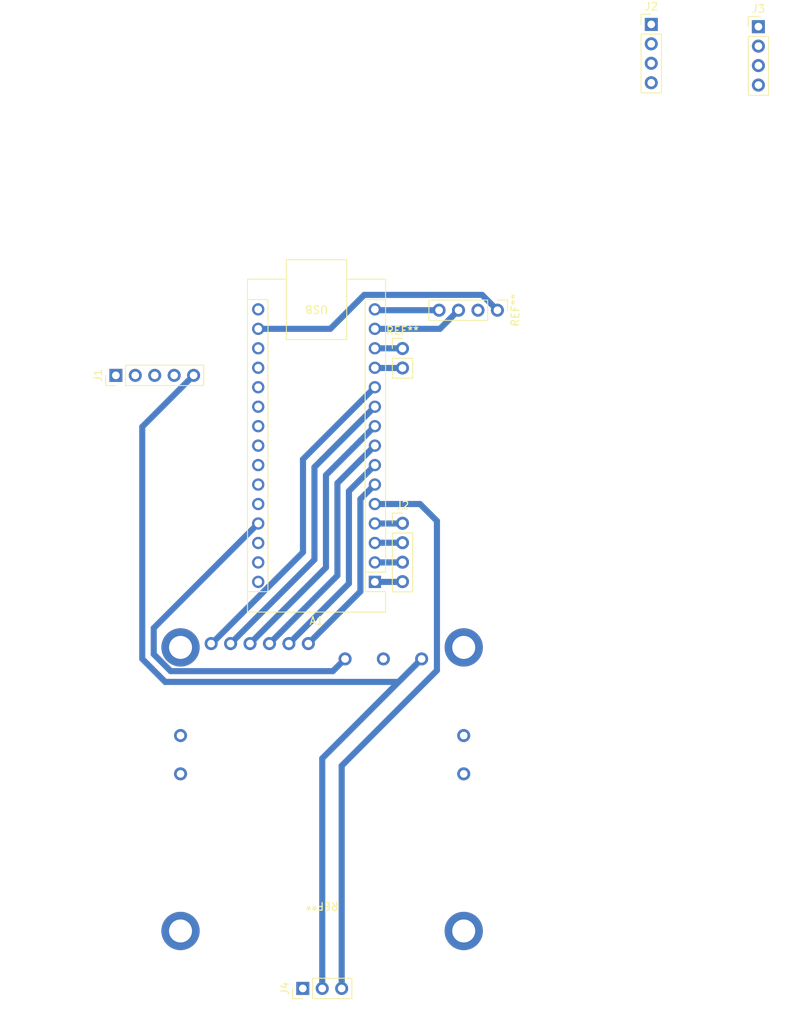
<source format=kicad_pcb>
(kicad_pcb (version 20211014) (generator pcbnew)
  (layers (0 "F.Cu" signal) (31 "B.Cu" signal) (34 "B.Paste" user) (35 "F.Paste" user) (36 "B.SilkS" user "B.Silkscreen") (37 "F.SilkS" user "F.Silkscreen") (38 "B.Mask" user) (39 "F.Mask" user) (44 "Edge.Cuts" user))
  (net 0 "")
  (net 1 "unconnected-(A1-Pad1)")
  (net 2 "unconnected-(A1-Pad2)")
  (net 3 "unconnected-(A1-Pad3)")
  (net 4 "GNDREF")
  (net 5 "IN_4")
  (net 6 "IN_3")
  (net 7 "EN_B")
  (net 8 "IN_2")
  (net 9 "IN_1")
  (net 10 "EN_A")
  (net 11 "SERVO")
  (net 12 "BLUETOOTH_TX")
  (net 13 "BLUETOOTH_RX")
  (net 24 "ARDUINO_5V")
  (net 27 "ARDUINO_3.3V")
  (net 31 "MOTORS_5V")
  (net 32 "L298_OUT_4")
  (net 33 "L298_OUT_3")
  (net 34 "L298_OUT_2")
  (net 35 "L298_OUT_1")
  (net 36 "MOTOR_A+")
  (net 37 "MOTOR_A-")
  (net 38 "MOTOR_B+")
  (net 39 "MOTOR_B-")
  (net 40 "unconnected-(A1-Pad12)")
  (net 41 "unconnected-(A1-Pad13)")
  (footprint "Connector_PinHeader_2.54mm:PinHeader_1x05_P2.54mm_Vertical" (layer "F.Cu") (at 93.05 81 90)
    (fp_text reference "J1" (at 0 -2.33 90) (layer "F.SilkS"))
    (fp_text value "Conn_01x05")
    (fp_line (start -1.33 1.27) (end 1.33 1.27) (layer "F.SilkS") (width 0.12))
    (fp_line (start -1.33 -1.33) (end 0 -1.33) (layer "F.SilkS") (width 0.12))
    (fp_line (start 1.33 1.27) (end 1.33 11.49) (layer "F.SilkS") (width 0.12))
    (fp_line (start -1.33 11.49) (end 1.33 11.49) (layer "F.SilkS") (width 0.12))
    (fp_line (start -1.33 0) (end -1.33 -1.33) (layer "F.SilkS") (width 0.12))
    (fp_line (start -1.33 1.27) (end -1.33 11.49) (layer "F.SilkS") (width 0.12))
    (pad "1" thru_hole rect (at 0 0 90) (size 1.7 1.7) (drill 1) (layers *.Cu *.Mask) (net 4 "GNDREF"))
    (pad "2" thru_hole oval (at 0 2.54 90) (size 1.7 1.7) (drill 1) (layers *.Cu *.Mask))
    (pad "3" thru_hole oval (at 0 5.08 90) (size 1.7 1.7) (drill 1) (layers *.Cu *.Mask))
    (pad "4" thru_hole oval (at 0 7.62 90) (size 1.7 1.7) (drill 1) (layers *.Cu *.Mask))
    (pad "5" thru_hole oval (at 0 10.16 90) (size 1.7 1.7) (drill 1) (layers *.Cu *.Mask) (net 31 "MOTORS_5V"))
  )
  (footprint "Library:L298N_module" (layer "F.Cu") (at 120 135 180)
    (fp_text reference "REF**" (at 0 -15.24 180 unlocked) (layer "F.SilkS"))
    (fp_text value "L298N_module")
    (pad "1" thru_hole circle (at -18.5 -18.5 180) (size 5 5) (drill 3) (layers *.Cu *.Mask))
    (pad "2" thru_hole circle (at 18.5 18.5 180) (size 5 5) (drill 3) (layers *.Cu *.Mask))
    (pad "3" thru_hole circle (at -18.5 18.5 180) (size 5 5) (drill 3) (layers *.Cu *.Mask))
    (pad "4" thru_hole circle (at 18.5 -18.5 180) (size 5 5) (drill 3) (layers *.Cu *.Mask))
    (pad "5" thru_hole circle (at -13 17 180) (size 1.7 1.7) (drill 1) (layers *.Cu *.Mask) (net 31 "MOTORS_5V"))
    (pad "6" thru_hole circle (at -8 17 180) (size 1.7 1.7) (drill 1) (layers *.Cu *.Mask) (net 4 "GNDREF"))
    (pad "7" thru_hole circle (at -3 17 180) (size 1.7 1.7) (drill 1) (layers *.Cu *.Mask) (net 24 "ARDUINO_5V"))
    (pad "8" thru_hole circle (at -18.5 2 180) (size 1.7 1.7) (drill 1) (layers *.Cu *.Mask) (net 37 "MOTOR_A-"))
    (pad "9" thru_hole circle (at -18.5 7 180) (size 1.7 1.7) (drill 1) (layers *.Cu *.Mask) (net 36 "MOTOR_A+"))
    (pad "10" thru_hole circle (at 18.5 2 180) (size 1.7 1.7) (drill 1) (layers *.Cu *.Mask) (net 39 "MOTOR_B-"))
    (pad "11" thru_hole circle (at 18.5 7 180) (size 1.7 1.7) (drill 1) (layers *.Cu *.Mask) (net 38 "MOTOR_B+"))
    (pad "12" thru_hole circle (at 14.5 19 180) (size 1.7 1.7) (drill 1) (layers *.Cu *.Mask) (net 7 "EN_B"))
    (pad "13" thru_hole circle (at 11.96 19 180) (size 1.7 1.7) (drill 1) (layers *.Cu *.Mask) (net 5 "IN_4"))
    (pad "14" thru_hole circle (at 9.42 19 180) (size 1.7 1.7) (drill 1) (layers *.Cu *.Mask) (net 6 "IN_3"))
    (pad "15" thru_hole circle (at 6.88 19 180) (size 1.7 1.7) (drill 1) (layers *.Cu *.Mask) (net 8 "IN_2"))
    (pad "16" thru_hole circle (at 4.34 19 180) (size 1.7 1.7) (drill 1) (layers *.Cu *.Mask) (net 9 "IN_1"))
    (pad "17" thru_hole circle (at 1.8 19 180) (size 1.7 1.7) (drill 1) (layers *.Cu *.Mask) (net 10 "EN_A"))
  )
  (footprint "Connector_PinHeader_2.54mm:PinHeader_1x04_P2.54mm_Vertical" (layer "F.Cu") (at 163 35.2)
    (fp_text reference "J2" (at 0 -2.33) (layer "F.SilkS"))
    (fp_text value "Conn_01x04")
    (fp_line (start -1.33 0) (end -1.33 -1.33) (layer "F.SilkS") (width 0.12))
    (fp_line (start 1.33 1.27) (end 1.33 8.95) (layer "F.SilkS") (width 0.12))
    (fp_line (start -1.33 -1.33) (end 0 -1.33) (layer "F.SilkS") (width 0.12))
    (fp_line (start -1.33 8.95) (end 1.33 8.95) (layer "F.SilkS") (width 0.12))
    (fp_line (start -1.33 1.27) (end -1.33 8.95) (layer "F.SilkS") (width 0.12))
    (fp_line (start -1.33 1.27) (end 1.33 1.27) (layer "F.SilkS") (width 0.12))
    (pad "1" thru_hole rect (at 0 0) (size 1.7 1.7) (drill 1) (layers *.Cu *.Mask) (net 32 "L298_OUT_4"))
    (pad "2" thru_hole oval (at 0 2.54) (size 1.7 1.7) (drill 1) (layers *.Cu *.Mask) (net 33 "L298_OUT_3"))
    (pad "3" thru_hole oval (at 0 5.08) (size 1.7 1.7) (drill 1) (layers *.Cu *.Mask) (net 34 "L298_OUT_2"))
    (pad "4" thru_hole oval (at 0 7.62) (size 1.7 1.7) (drill 1) (layers *.Cu *.Mask) (net 35 "L298_OUT_1"))
  )
  (footprint "Connector_PinHeader_2.54mm:PinHeader_1x02_P2.54mm_Vertical" (layer "F.Cu") (at 130.5 77.5)
    (fp_text reference "REF**" (at 0 -2.33) (layer "F.SilkS"))
    (fp_text value "PinHeader_1x02_P2.54mm_Vertical")
    (fp_line (start -1.33 1.27) (end -1.33 3.87) (layer "F.SilkS") (width 0.12))
    (fp_line (start 1.33 1.27) (end 1.33 3.87) (layer "F.SilkS") (width 0.12))
    (fp_line (start -1.33 3.87) (end 1.33 3.87) (layer "F.SilkS") (width 0.12))
    (fp_line (start -1.33 1.27) (end 1.33 1.27) (layer "F.SilkS") (width 0.12))
    (fp_line (start -1.33 -1.33) (end 0 -1.33) (layer "F.SilkS") (width 0.12))
    (fp_line (start -1.33 0) (end -1.33 -1.33) (layer "F.SilkS") (width 0.12))
    (pad "1" thru_hole circle (at 0 0) (size 1.7 1.7) (drill 1) (layers *.Cu *.Mask) (net 41 "unconnected-(A1-Pad13)"))
    (pad "2" thru_hole oval (at 0 2.54) (size 1.7 1.7) (drill 1) (layers *.Cu *.Mask) (net 40 "unconnected-(A1-Pad12)"))
  )
  (footprint "Connector_PinHeader_2.54mm:PinHeader_1x04_P2.54mm_Vertical" (layer "F.Cu") (at 130.5 100.3)
    (fp_text reference "J2" (at 0 -2.33) (layer "F.SilkS"))
    (fp_text value "Conn_01x04")
    (fp_line (start -1.33 0) (end -1.33 -1.33) (layer "F.SilkS") (width 0.12))
    (fp_line (start 1.33 1.27) (end 1.33 8.95) (layer "F.SilkS") (width 0.12))
    (fp_line (start -1.33 -1.33) (end 0 -1.33) (layer "F.SilkS") (width 0.12))
    (fp_line (start -1.33 8.95) (end 1.33 8.95) (layer "F.SilkS") (width 0.12))
    (fp_line (start -1.33 1.27) (end -1.33 8.95) (layer "F.SilkS") (width 0.12))
    (fp_line (start -1.33 1.27) (end 1.33 1.27) (layer "F.SilkS") (width 0.12))
    (pad "1" thru_hole circle (at 0 0) (size 1.7 1.7) (drill 1) (layers *.Cu *.Mask) (net 4 "GNDREF"))
    (pad "2" thru_hole oval (at 0 2.54) (size 1.7 1.7) (drill 1) (layers *.Cu *.Mask) (net 3 "unconnected-(A1-Pad3)"))
    (pad "3" thru_hole oval (at 0 5.08) (size 1.7 1.7) (drill 1) (layers *.Cu *.Mask) (net 2 "unconnected-(A1-Pad2)"))
    (pad "4" thru_hole oval (at 0 7.62) (size 1.7 1.7) (drill 1) (layers *.Cu *.Mask) (net 1 "unconnected-(A1-Pad1)"))
  )
  (footprint "Connector_PinHeader_2.54mm:PinHeader_1x03_P2.54mm_Vertical" (layer "F.Cu") (at 117.475 161 90)
    (fp_text reference "J4" (at 0 -2.33 90) (layer "F.SilkS"))
    (fp_text value "Conn_01x03")
    (fp_line (start -1.33 6.41) (end 1.33 6.41) (layer "F.SilkS") (width 0.12))
    (fp_line (start -1.33 0) (end -1.33 -1.33) (layer "F.SilkS") (width 0.12))
    (fp_line (start -1.33 1.27) (end -1.33 6.41) (layer "F.SilkS") (width 0.12))
    (fp_line (start -1.33 -1.33) (end 0 -1.33) (layer "F.SilkS") (width 0.12))
    (fp_line (start 1.33 1.27) (end 1.33 6.41) (layer "F.SilkS") (width 0.12))
    (fp_line (start -1.33 1.27) (end 1.33 1.27) (layer "F.SilkS") (width 0.12))
    (pad "1" thru_hole rect (at 0 0 90) (size 1.7 1.7) (drill 1) (layers *.Cu *.Mask) (net 4 "GNDREF"))
    (pad "2" thru_hole oval (at 0 2.54 90) (size 1.7 1.7) (drill 1) (layers *.Cu *.Mask) (net 31 "MOTORS_5V"))
    (pad "3" thru_hole oval (at 0 5.08 90) (size 1.7 1.7) (drill 1) (layers *.Cu *.Mask) (net 11 "SERVO"))
  )
  (footprint "Connector_PinHeader_2.54mm:PinHeader_1x04_P2.54mm_Vertical" (layer "F.Cu") (at 177 35.5)
    (fp_text reference "J3" (at 0 -2.33) (layer "F.SilkS"))
    (fp_text value "Conn_01x04")
    (fp_line (start -1.33 0) (end -1.33 -1.33) (layer "F.SilkS") (width 0.12))
    (fp_line (start -1.33 1.27) (end -1.33 8.95) (layer "F.SilkS") (width 0.12))
    (fp_line (start -1.33 -1.33) (end 0 -1.33) (layer "F.SilkS") (width 0.12))
    (fp_line (start -1.33 1.27) (end 1.33 1.27) (layer "F.SilkS") (width 0.12))
    (fp_line (start 1.33 1.27) (end 1.33 8.95) (layer "F.SilkS") (width 0.12))
    (fp_line (start -1.33 8.95) (end 1.33 8.95) (layer "F.SilkS") (width 0.12))
    (pad "1" thru_hole rect (at 0 0) (size 1.7 1.7) (drill 1) (layers *.Cu *.Mask) (net 36 "MOTOR_A+"))
    (pad "2" thru_hole oval (at 0 2.54) (size 1.7 1.7) (drill 1) (layers *.Cu *.Mask) (net 37 "MOTOR_A-"))
    (pad "3" thru_hole oval (at 0 5.08) (size 1.7 1.7) (drill 1) (layers *.Cu *.Mask) (net 38 "MOTOR_B+"))
    (pad "4" thru_hole oval (at 0 7.62) (size 1.7 1.7) (drill 1) (layers *.Cu *.Mask) (net 39 "MOTOR_B-"))
  )
  (footprint "Connector_PinHeader_2.54mm:PinHeader_1x04_P2.54mm_Vertical" (layer "F.Cu") (at 142.9 72.5 -90)
    (fp_text reference "REF**" (at 0 -2.33 90) (layer "F.SilkS"))
    (fp_text value "PinHeader_1x04_P2.54mm_Vertical")
    (fp_line (start 1.33 1.27) (end 1.33 8.95) (layer "F.SilkS") (width 0.12))
    (fp_line (start -1.33 0) (end -1.33 -1.33) (layer "F.SilkS") (width 0.12))
    (fp_line (start -1.33 1.27) (end 1.33 1.27) (layer "F.SilkS") (width 0.12))
    (fp_line (start -1.33 -1.33) (end 0 -1.33) (layer "F.SilkS") (width 0.12))
    (fp_line (start -1.33 8.95) (end 1.33 8.95) (layer "F.SilkS") (width 0.12))
    (fp_line (start -1.33 1.27) (end -1.33 8.95) (layer "F.SilkS") (width 0.12))
    (pad "1" thru_hole circle (at 0 0 270) (size 1.7 1.7) (drill 1) (layers *.Cu *.Mask) (net 27 "ARDUINO_3.3V"))
    (pad "2" thru_hole oval (at 0 2.54 270) (size 1.7 1.7) (drill 1) (layers *.Cu *.Mask) (net 4 "GNDREF"))
    (pad "3" thru_hole oval (at 0 5.08 270) (size 1.7 1.7) (drill 1) (layers *.Cu *.Mask) (net 13 "BLUETOOTH_RX"))
    (pad "4" thru_hole oval (at 0 7.62 270) (size 1.7 1.7) (drill 1) (layers *.Cu *.Mask) (net 12 "BLUETOOTH_TX"))
  )
  (footprint "Module:Arduino_Nano" (layer "F.Cu") (at 126.89 107.95 180)
    (fp_text reference "A1" (at 7.62 -5.08) (layer "F.SilkS"))
    (fp_text value "Arduino_Nano_v3.x")
    (fp_text user "USB" (at 7.62 35.56 180 unlocked) (layer "F.SilkS"))
    (fp_line (start 1.27 -1.27) (end -1.4 -1.27) (layer "F.SilkS") (width 0.12))
    (fp_line (start -1.4 39.5) (end 3.68 39.5) (layer "F.SilkS") (width 0.12))
    (fp_line (start 1.27 1.27) (end 1.27 36.83) (layer "F.SilkS") (width 0.12))
    (fp_line (start 16.64 39.5) (end 11.56 39.5) (layer "F.SilkS") (width 0.12))
    (fp_line (start 3.68 31.62) (end 11.56 31.62) (layer "F.SilkS") (width 0.12))
    (fp_line (start 13.97 36.83) (end 16.64 36.83) (layer "F.SilkS") (width 0.12))
    (fp_line (start 16.64 39.5) (end 16.64 -3.94) (layer "F.SilkS") (width 0.12))
    (fp_line (start -1.4 1.27) (end -1.4 39.5) (layer "F.SilkS") (width 0.12))
    (fp_line (start 16.64 -3.94) (end -1.4 -3.94) (layer "F.SilkS") (width 0.12))
    (fp_line (start 3.68 42.04) (end 3.68 31.62) (layer "F.SilkS") (width 0.12))
    (fp_line (start 1.27 36.83) (end -1.4 36.83) (layer "F.SilkS") (width 0.12))
    (fp_line (start 13.97 -1.27) (end 13.97 36.83) (layer "F.SilkS") (width 0.12))
    (fp_line (start 11.56 31.62) (end 11.56 42.04) (layer "F.SilkS") (width 0.12))
    (fp_line (start 11.56 42.04) (end 3.68 42.04) (layer "F.SilkS") (width 0.12))
    (fp_line (start 1.27 1.27) (end -1.4 1.27) (layer "F.SilkS") (width 0.12))
    (fp_line (start 1.27 1.27) (end 1.27 -1.27) (layer "F.SilkS") (width 0.12))
    (fp_line (start -1.4 -3.94) (end -1.4 -1.27) (layer "F.SilkS") (width 0.12))
    (fp_line (start 13.97 -1.27) (end 16.64 -1.27) (layer "F.SilkS") (width 0.12))
    (pad "1" thru_hole rect (at 0 0 180) (size 1.6 1.6) (drill 1) (layers *.Cu *.Mask) (net 1 "unconnected-(A1-Pad1)"))
    (pad "2" thru_hole oval (at 0 2.54 180) (size 1.6 1.6) (drill 1) (layers *.Cu *.Mask) (net 2 "unconnected-(A1-Pad2)"))
    (pad "3" thru_hole oval (at 0 5.08 180) (size 1.6 1.6) (drill 1) (layers *.Cu *.Mask) (net 3 "unconnected-(A1-Pad3)"))
    (pad "4" thru_hole oval (at 0 7.62 180) (size 1.6 1.6) (drill 1) (layers *.Cu *.Mask) (net 4 "GNDREF"))
    (pad "5" thru_hole oval (at 0 10.16 180) (size 1.6 1.6) (drill 1) (layers *.Cu *.Mask) (net 11 "SERVO"))
    (pad "6" thru_hole oval (at 0 12.7 180) (size 1.6 1.6) (drill 1) (layers *.Cu *.Mask) (net 10 "EN_A"))
    (pad "7" thru_hole oval (at 0 15.24 180) (size 1.6 1.6) (drill 1) (layers *.Cu *.Mask) (net 9 "IN_1"))
    (pad "8" thru_hole oval (at 0 17.78 180) (size 1.6 1.6) (drill 1) (layers *.Cu *.Mask) (net 8 "IN_2"))
    (pad "9" thru_hole oval (at 0 20.32 180) (size 1.6 1.6) (drill 1) (layers *.Cu *.Mask) (net 6 "IN_3"))
    (pad "10" thru_hole oval (at 0 22.86 180) (size 1.6 1.6) (drill 1) (layers *.Cu *.Mask) (net 5 "IN_4"))
    (pad "11" thru_hole oval (at 0 25.4 180) (size 1.6 1.6) (drill 1) (layers *.Cu *.Mask) (net 7 "EN_B"))
    (pad "12" thru_hole oval (at 0 27.94 180) (size 1.6 1.6) (drill 1) (layers *.Cu *.Mask) (net 40 "unconnected-(A1-Pad12)"))
    (pad "13" thru_hole oval (at 0 30.48 180) (size 1.6 1.6) (drill 1) (layers *.Cu *.Mask) (net 41 "unconnected-(A1-Pad13)"))
    (pad "14" thru_hole oval (at 0 33.02 180) (size 1.6 1.6) (drill 1) (layers *.Cu *.Mask) (net 13 "BLUETOOTH_RX"))
    (pad "15" thru_hole oval (at 0 35.56 180) (size 1.6 1.6) (drill 1) (layers *.Cu *.Mask) (net 12 "BLUETOOTH_TX"))
    (pad "16" thru_hole oval (at 15.24 35.56 180) (size 1.6 1.6) (drill 1) (layers *.Cu *.Mask))
    (pad "17" thru_hole oval (at 15.24 33.02 180) (size 1.6 1.6) (drill 1) (layers *.Cu *.Mask) (net 27 "ARDUINO_3.3V"))
    (pad "18" thru_hole oval (at 15.24 30.48 180) (size 1.6 1.6) (drill 1) (layers *.Cu *.Mask))
    (pad "19" thru_hole oval (at 15.24 27.94 180) (size 1.6 1.6) (drill 1) (layers *.Cu *.Mask))
    (pad "20" thru_hole oval (at 15.24 25.4 180) (size 1.6 1.6) (drill 1) (layers *.Cu *.Mask))
    (pad "21" thru_hole oval (at 15.24 22.86 180) (size 1.6 1.6) (drill 1) (layers *.Cu *.Mask))
    (pad "22" thru_hole oval (at 15.24 20.32 180) (size 1.6 1.6) (drill 1) (layers *.Cu *.Mask))
    (pad "23" thru_hole oval (at 15.24 17.78 180) (size 1.6 1.6) (drill 1) (layers *.Cu *.Mask))
    (pad "24" thru_hole oval (at 15.24 15.24 180) (size 1.6 1.6) (drill 1) (layers *.Cu *.Mask))
    (pad "25" thru_hole oval (at 15.24 12.7 180) (size 1.6 1.6) (drill 1) (layers *.Cu *.Mask))
    (pad "26" thru_hole oval (at 15.24 10.16 180) (size 1.6 1.6) (drill 1) (layers *.Cu *.Mask))
    (pad "27" thru_hole oval (at 15.24 7.62 180) (size 1.6 1.6) (drill 1) (layers *.Cu *.Mask) (net 24 "ARDUINO_5V"))
    (pad "28" thru_hole oval (at 15.24 5.08 180) (size 1.6 1.6) (drill 1) (layers *.Cu *.Mask))
    (pad "29" thru_hole oval (at 15.24 2.54 180) (size 1.6 1.6) (drill 1) (layers *.Cu *.Mask) (net 4 "GNDREF"))
    (pad "30" thru_hole oval (at 15.24 0 180) (size 1.6 1.6) (drill 1) (layers *.Cu *.Mask))
  )
  (segment (start 126.89 107.95) (end 130.47 107.95) (width 0.8) (layer "B.Cu") (net 1))
  (segment (start 130.47 107.95) (end 130.5 107.92) (width 0.8) (layer "B.Cu") (net 1))
  (segment (start 126.89 105.41) (end 130.47 105.41) (width 0.8) (layer "B.Cu") (net 2))
  (segment (start 130.47 105.41) (end 130.5 105.38) (width 0.8) (layer "B.Cu") (net 2))
  (segment (start 126.92 102.84) (end 126.89 102.87) (width 0.8) (layer "B.Cu") (net 3))
  (segment (start 130.5 102.84) (end 126.92 102.84) (width 0.8) (layer "B.Cu") (net 3))
  (segment (start 130.47 100.33) (end 130.5 100.3) (width 0.8) (layer "B.Cu") (net 4))
  (segment (start 126.89 100.33) (end 130.47 100.33) (width 0.8) (layer "B.Cu") (net 4))
  (segment (start 126.89 85.09) (end 119 92.98) (width 0.8) (layer "B.Cu") (net 5))
  (segment (start 119 92.98) (end 119 105.04) (width 0.8) (layer "B.Cu") (net 5))
  (segment (start 119 105.04) (end 108.04 116) (width 0.8) (layer "B.Cu") (net 5))
  (segment (start 120.5 106.08) (end 120.5 94.02) (width 0.8) (layer "B.Cu") (net 6))
  (segment (start 120.5 94.02) (end 126.89 87.63) (width 0.8) (layer "B.Cu") (net 6))
  (segment (start 110.58 116) (end 120.5 106.08) (width 0.8) (layer "B.Cu") (net 6))
  (segment (start 126.89 82.55) (end 117.5 91.94) (width 0.8) (layer "B.Cu") (net 7))
  (segment (start 117.5 104.079899) (end 105.579899 116) (width 0.8) (layer "B.Cu") (net 7))
  (segment (start 117.5 91.94) (end 117.5 104.079899) (width 0.8) (layer "B.Cu") (net 7))
  (segment (start 105.579899 116) (end 105.5 116) (width 0.8) (layer "B.Cu") (net 7))
  (segment (start 122 107.12) (end 113.12 116) (width 0.8) (layer "B.Cu") (net 8))
  (segment (start 126.89 90.17) (end 122 95.06) (width 0.8) (layer "B.Cu") (net 8))
  (segment (start 122 95.06) (end 122 107.12) (width 0.8) (layer "B.Cu") (net 8))
  (segment (start 126.89 92.71) (end 123.5 96.1) (width 0.8) (layer "B.Cu") (net 9))
  (segment (start 123.5 108.16) (end 115.66 116) (width 0.8) (layer "B.Cu") (net 9))
  (segment (start 123.5 96.1) (end 123.5 108.16) (width 0.8) (layer "B.Cu") (net 9))
  (segment (start 125 97.14) (end 126.89 95.25) (width 0.8) (layer "B.Cu") (net 10))
  (segment (start 125 109.2) (end 125 97.14) (width 0.8) (layer "B.Cu") (net 10))
  (segment (start 118.2 116) (end 125 109.2) (width 0.8) (layer "B.Cu") (net 10))
  (segment (start 122.555 161) (end 122.555 131.945) (width 0.8) (layer "B.Cu") (net 11))
  (segment (start 135 100) (end 132.79 97.79) (width 0.8) (layer "B.Cu") (net 11))
  (segment (start 132.79 97.79) (end 126.89 97.79) (width 0.8) (layer "B.Cu") (net 11))
  (segment (start 135 119.5) (end 135 100) (width 0.8) (layer "B.Cu") (net 11))
  (segment (start 122.555 131.945) (end 135 119.5) (width 0.8) (layer "B.Cu") (net 11))
  (segment (start 135.28 72.5) (end 127 72.5) (width 0.8) (layer "B.Cu") (net 12))
  (segment (start 127 72.5) (end 126.89 72.39) (width 0.8) (layer "B.Cu") (net 12))
  (segment (start 126.89 74.93) (end 135.39 74.93) (width 0.8) (layer "B.Cu") (net 13))
  (segment (start 135.39 74.93) (end 137.82 72.5) (width 0.8) (layer "B.Cu") (net 13))
  (segment (start 121.4 119.6) (end 100.215937 119.6) (width 0.8) (layer "B.Cu") (net 24))
  (segment (start 100.215937 119.6) (end 98 117.384063) (width 0.8) (layer "B.Cu") (net 24))
  (segment (start 123 118) (end 121.4 119.6) (width 0.8) (layer "B.Cu") (net 24))
  (segment (start 98 113.98) (end 111.65 100.33) (width 0.8) (layer "B.Cu") (net 24))
  (segment (start 98 117.384063) (end 98 113.98) (width 0.8) (layer "B.Cu") (net 24))
  (segment (start 142.9 72.5) (end 140.9 70.5) (width 0.8) (layer "B.Cu") (net 27))
  (segment (start 140.9 70.5) (end 125.5 70.5) (width 0.8) (layer "B.Cu") (net 27))
  (segment (start 121.07 74.93) (end 111.65 74.93) (width 0.8) (layer "B.Cu") (net 27))
  (segment (start 125.5 70.5) (end 121.07 74.93) (width 0.8) (layer "B.Cu") (net 27))
  (segment (start 99.5 121) (end 96.5 118) (width 0.8) (layer "B.Cu") (net 31))
  (segment (start 120.015 130.985) (end 133 118) (width 0.8) (layer "B.Cu") (net 31))
  (segment (start 130 121) (end 99.5 121) (width 0.8) (layer "B.Cu") (net 31))
  (segment (start 120.015 161) (end 120.015 130.985) (width 0.8) (layer "B.Cu") (net 31))
  (segment (start 133 118) (end 130 121) (width 0.8) (layer "B.Cu") (net 31))
  (segment (start 96.5 118) (end 96.5 87.71) (width 0.8) (layer "B.Cu") (net 31))
  (segment (start 96.5 87.71) (end 103.21 81) (width 0.8) (layer "B.Cu") (net 31))
  (segment (start 130.5 80.04) (end 126.92 80.04) (width 0.8) (layer "B.Cu") (net 40))
  (segment (start 126.92 80.04) (end 126.89 80.01) (width 0.8) (layer "B.Cu") (net 40))
  (segment (start 126.89 77.47) (end 130.47 77.47) (width 0.8) (layer "B.Cu") (net 41))
  (segment (start 130.47 77.47) (end 130.5 77.5) (width 0.8) (layer "B.Cu") (net 41))
)
</source>
